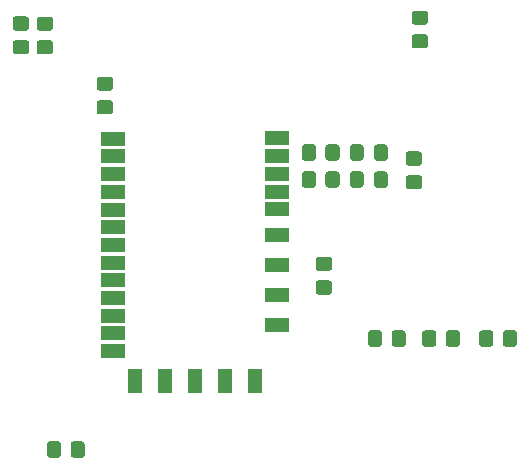
<source format=gtp>
G04 #@! TF.GenerationSoftware,KiCad,Pcbnew,5.1.9+dfsg1-1+deb11u1*
G04 #@! TF.CreationDate,2023-05-29T16:58:53+09:00*
G04 #@! TF.ProjectId,bluetooth_JDY-67_dev_board,626c7565-746f-46f7-9468-5f4a44592d36,rev?*
G04 #@! TF.SameCoordinates,Original*
G04 #@! TF.FileFunction,Paste,Top*
G04 #@! TF.FilePolarity,Positive*
%FSLAX46Y46*%
G04 Gerber Fmt 4.6, Leading zero omitted, Abs format (unit mm)*
G04 Created by KiCad (PCBNEW 5.1.9+dfsg1-1+deb11u1) date 2023-05-29 16:58:53*
%MOMM*%
%LPD*%
G01*
G04 APERTURE LIST*
%ADD10R,2.000000X1.200000*%
%ADD11R,1.200000X2.000000*%
G04 APERTURE END LIST*
G36*
G01*
X103708000Y-117151999D02*
X103708000Y-118052001D01*
G75*
G02*
X103458001Y-118302000I-249999J0D01*
G01*
X102757999Y-118302000D01*
G75*
G02*
X102508000Y-118052001I0J249999D01*
G01*
X102508000Y-117151999D01*
G75*
G02*
X102757999Y-116902000I249999J0D01*
G01*
X103458001Y-116902000D01*
G75*
G02*
X103708000Y-117151999I0J-249999D01*
G01*
G37*
G36*
G01*
X101708000Y-117151999D02*
X101708000Y-118052001D01*
G75*
G02*
X101458001Y-118302000I-249999J0D01*
G01*
X100757999Y-118302000D01*
G75*
G02*
X100508000Y-118052001I0J249999D01*
G01*
X100508000Y-117151999D01*
G75*
G02*
X100757999Y-116902000I249999J0D01*
G01*
X101458001Y-116902000D01*
G75*
G02*
X101708000Y-117151999I0J-249999D01*
G01*
G37*
G36*
G01*
X100780001Y-82150000D02*
X99879999Y-82150000D01*
G75*
G02*
X99630000Y-81900001I0J249999D01*
G01*
X99630000Y-81199999D01*
G75*
G02*
X99879999Y-80950000I249999J0D01*
G01*
X100780001Y-80950000D01*
G75*
G02*
X101030000Y-81199999I0J-249999D01*
G01*
X101030000Y-81900001D01*
G75*
G02*
X100780001Y-82150000I-249999J0D01*
G01*
G37*
G36*
G01*
X100780001Y-84150000D02*
X99879999Y-84150000D01*
G75*
G02*
X99630000Y-83900001I0J249999D01*
G01*
X99630000Y-83199999D01*
G75*
G02*
X99879999Y-82950000I249999J0D01*
G01*
X100780001Y-82950000D01*
G75*
G02*
X101030000Y-83199999I0J-249999D01*
G01*
X101030000Y-83900001D01*
G75*
G02*
X100780001Y-84150000I-249999J0D01*
G01*
G37*
G36*
G01*
X129362000Y-92005999D02*
X129362000Y-92906001D01*
G75*
G02*
X129112001Y-93156000I-249999J0D01*
G01*
X128461999Y-93156000D01*
G75*
G02*
X128212000Y-92906001I0J249999D01*
G01*
X128212000Y-92005999D01*
G75*
G02*
X128461999Y-91756000I249999J0D01*
G01*
X129112001Y-91756000D01*
G75*
G02*
X129362000Y-92005999I0J-249999D01*
G01*
G37*
G36*
G01*
X127312000Y-92005999D02*
X127312000Y-92906001D01*
G75*
G02*
X127062001Y-93156000I-249999J0D01*
G01*
X126411999Y-93156000D01*
G75*
G02*
X126162000Y-92906001I0J249999D01*
G01*
X126162000Y-92005999D01*
G75*
G02*
X126411999Y-91756000I249999J0D01*
G01*
X127062001Y-91756000D01*
G75*
G02*
X127312000Y-92005999I0J-249999D01*
G01*
G37*
G36*
G01*
X127312000Y-94291999D02*
X127312000Y-95192001D01*
G75*
G02*
X127062001Y-95442000I-249999J0D01*
G01*
X126411999Y-95442000D01*
G75*
G02*
X126162000Y-95192001I0J249999D01*
G01*
X126162000Y-94291999D01*
G75*
G02*
X126411999Y-94042000I249999J0D01*
G01*
X127062001Y-94042000D01*
G75*
G02*
X127312000Y-94291999I0J-249999D01*
G01*
G37*
G36*
G01*
X129362000Y-94291999D02*
X129362000Y-95192001D01*
G75*
G02*
X129112001Y-95442000I-249999J0D01*
G01*
X128461999Y-95442000D01*
G75*
G02*
X128212000Y-95192001I0J249999D01*
G01*
X128212000Y-94291999D01*
G75*
G02*
X128461999Y-94042000I249999J0D01*
G01*
X129112001Y-94042000D01*
G75*
G02*
X129362000Y-94291999I0J-249999D01*
G01*
G37*
G36*
G01*
X105860001Y-87230000D02*
X104959999Y-87230000D01*
G75*
G02*
X104710000Y-86980001I0J249999D01*
G01*
X104710000Y-86279999D01*
G75*
G02*
X104959999Y-86030000I249999J0D01*
G01*
X105860001Y-86030000D01*
G75*
G02*
X106110000Y-86279999I0J-249999D01*
G01*
X106110000Y-86980001D01*
G75*
G02*
X105860001Y-87230000I-249999J0D01*
G01*
G37*
G36*
G01*
X105860001Y-89230000D02*
X104959999Y-89230000D01*
G75*
G02*
X104710000Y-88980001I0J249999D01*
G01*
X104710000Y-88279999D01*
G75*
G02*
X104959999Y-88030000I249999J0D01*
G01*
X105860001Y-88030000D01*
G75*
G02*
X106110000Y-88279999I0J-249999D01*
G01*
X106110000Y-88980001D01*
G75*
G02*
X105860001Y-89230000I-249999J0D01*
G01*
G37*
G36*
G01*
X97847999Y-80934000D02*
X98748001Y-80934000D01*
G75*
G02*
X98998000Y-81183999I0J-249999D01*
G01*
X98998000Y-81884001D01*
G75*
G02*
X98748001Y-82134000I-249999J0D01*
G01*
X97847999Y-82134000D01*
G75*
G02*
X97598000Y-81884001I0J249999D01*
G01*
X97598000Y-81183999D01*
G75*
G02*
X97847999Y-80934000I249999J0D01*
G01*
G37*
G36*
G01*
X97847999Y-82934000D02*
X98748001Y-82934000D01*
G75*
G02*
X98998000Y-83183999I0J-249999D01*
G01*
X98998000Y-83884001D01*
G75*
G02*
X98748001Y-84134000I-249999J0D01*
G01*
X97847999Y-84134000D01*
G75*
G02*
X97598000Y-83884001I0J249999D01*
G01*
X97598000Y-83183999D01*
G75*
G02*
X97847999Y-82934000I249999J0D01*
G01*
G37*
G36*
G01*
X123282000Y-92005999D02*
X123282000Y-92906001D01*
G75*
G02*
X123032001Y-93156000I-249999J0D01*
G01*
X122331999Y-93156000D01*
G75*
G02*
X122082000Y-92906001I0J249999D01*
G01*
X122082000Y-92005999D01*
G75*
G02*
X122331999Y-91756000I249999J0D01*
G01*
X123032001Y-91756000D01*
G75*
G02*
X123282000Y-92005999I0J-249999D01*
G01*
G37*
G36*
G01*
X125282000Y-92005999D02*
X125282000Y-92906001D01*
G75*
G02*
X125032001Y-93156000I-249999J0D01*
G01*
X124331999Y-93156000D01*
G75*
G02*
X124082000Y-92906001I0J249999D01*
G01*
X124082000Y-92005999D01*
G75*
G02*
X124331999Y-91756000I249999J0D01*
G01*
X125032001Y-91756000D01*
G75*
G02*
X125282000Y-92005999I0J-249999D01*
G01*
G37*
G36*
G01*
X125282000Y-94291999D02*
X125282000Y-95192001D01*
G75*
G02*
X125032001Y-95442000I-249999J0D01*
G01*
X124331999Y-95442000D01*
G75*
G02*
X124082000Y-95192001I0J249999D01*
G01*
X124082000Y-94291999D01*
G75*
G02*
X124331999Y-94042000I249999J0D01*
G01*
X125032001Y-94042000D01*
G75*
G02*
X125282000Y-94291999I0J-249999D01*
G01*
G37*
G36*
G01*
X123282000Y-94291999D02*
X123282000Y-95192001D01*
G75*
G02*
X123032001Y-95442000I-249999J0D01*
G01*
X122331999Y-95442000D01*
G75*
G02*
X122082000Y-95192001I0J249999D01*
G01*
X122082000Y-94291999D01*
G75*
G02*
X122331999Y-94042000I249999J0D01*
G01*
X123032001Y-94042000D01*
G75*
G02*
X123282000Y-94291999I0J-249999D01*
G01*
G37*
G36*
G01*
X132022001Y-95564000D02*
X131121999Y-95564000D01*
G75*
G02*
X130872000Y-95314001I0J249999D01*
G01*
X130872000Y-94613999D01*
G75*
G02*
X131121999Y-94364000I249999J0D01*
G01*
X132022001Y-94364000D01*
G75*
G02*
X132272000Y-94613999I0J-249999D01*
G01*
X132272000Y-95314001D01*
G75*
G02*
X132022001Y-95564000I-249999J0D01*
G01*
G37*
G36*
G01*
X132022001Y-93564000D02*
X131121999Y-93564000D01*
G75*
G02*
X130872000Y-93314001I0J249999D01*
G01*
X130872000Y-92613999D01*
G75*
G02*
X131121999Y-92364000I249999J0D01*
G01*
X132022001Y-92364000D01*
G75*
G02*
X132272000Y-92613999I0J-249999D01*
G01*
X132272000Y-93314001D01*
G75*
G02*
X132022001Y-93564000I-249999J0D01*
G01*
G37*
G36*
G01*
X139100000Y-108654001D02*
X139100000Y-107753999D01*
G75*
G02*
X139349999Y-107504000I249999J0D01*
G01*
X140050001Y-107504000D01*
G75*
G02*
X140300000Y-107753999I0J-249999D01*
G01*
X140300000Y-108654001D01*
G75*
G02*
X140050001Y-108904000I-249999J0D01*
G01*
X139349999Y-108904000D01*
G75*
G02*
X139100000Y-108654001I0J249999D01*
G01*
G37*
G36*
G01*
X137100000Y-108654001D02*
X137100000Y-107753999D01*
G75*
G02*
X137349999Y-107504000I249999J0D01*
G01*
X138050001Y-107504000D01*
G75*
G02*
X138300000Y-107753999I0J-249999D01*
G01*
X138300000Y-108654001D01*
G75*
G02*
X138050001Y-108904000I-249999J0D01*
G01*
X137349999Y-108904000D01*
G75*
G02*
X137100000Y-108654001I0J249999D01*
G01*
G37*
G36*
G01*
X127686000Y-108654001D02*
X127686000Y-107753999D01*
G75*
G02*
X127935999Y-107504000I249999J0D01*
G01*
X128636001Y-107504000D01*
G75*
G02*
X128886000Y-107753999I0J-249999D01*
G01*
X128886000Y-108654001D01*
G75*
G02*
X128636001Y-108904000I-249999J0D01*
G01*
X127935999Y-108904000D01*
G75*
G02*
X127686000Y-108654001I0J249999D01*
G01*
G37*
G36*
G01*
X129686000Y-108654001D02*
X129686000Y-107753999D01*
G75*
G02*
X129935999Y-107504000I249999J0D01*
G01*
X130636001Y-107504000D01*
G75*
G02*
X130886000Y-107753999I0J-249999D01*
G01*
X130886000Y-108654001D01*
G75*
G02*
X130636001Y-108904000I-249999J0D01*
G01*
X129935999Y-108904000D01*
G75*
G02*
X129686000Y-108654001I0J249999D01*
G01*
G37*
G36*
G01*
X124402001Y-102486000D02*
X123501999Y-102486000D01*
G75*
G02*
X123252000Y-102236001I0J249999D01*
G01*
X123252000Y-101535999D01*
G75*
G02*
X123501999Y-101286000I249999J0D01*
G01*
X124402001Y-101286000D01*
G75*
G02*
X124652000Y-101535999I0J-249999D01*
G01*
X124652000Y-102236001D01*
G75*
G02*
X124402001Y-102486000I-249999J0D01*
G01*
G37*
G36*
G01*
X124402001Y-104486000D02*
X123501999Y-104486000D01*
G75*
G02*
X123252000Y-104236001I0J249999D01*
G01*
X123252000Y-103535999D01*
G75*
G02*
X123501999Y-103286000I249999J0D01*
G01*
X124402001Y-103286000D01*
G75*
G02*
X124652000Y-103535999I0J-249999D01*
G01*
X124652000Y-104236001D01*
G75*
G02*
X124402001Y-104486000I-249999J0D01*
G01*
G37*
G36*
G01*
X132274000Y-108654001D02*
X132274000Y-107753999D01*
G75*
G02*
X132523999Y-107504000I249999J0D01*
G01*
X133224001Y-107504000D01*
G75*
G02*
X133474000Y-107753999I0J-249999D01*
G01*
X133474000Y-108654001D01*
G75*
G02*
X133224001Y-108904000I-249999J0D01*
G01*
X132523999Y-108904000D01*
G75*
G02*
X132274000Y-108654001I0J249999D01*
G01*
G37*
G36*
G01*
X134274000Y-108654001D02*
X134274000Y-107753999D01*
G75*
G02*
X134523999Y-107504000I249999J0D01*
G01*
X135224001Y-107504000D01*
G75*
G02*
X135474000Y-107753999I0J-249999D01*
G01*
X135474000Y-108654001D01*
G75*
G02*
X135224001Y-108904000I-249999J0D01*
G01*
X134523999Y-108904000D01*
G75*
G02*
X134274000Y-108654001I0J249999D01*
G01*
G37*
G36*
G01*
X132530001Y-81642000D02*
X131629999Y-81642000D01*
G75*
G02*
X131380000Y-81392001I0J249999D01*
G01*
X131380000Y-80691999D01*
G75*
G02*
X131629999Y-80442000I249999J0D01*
G01*
X132530001Y-80442000D01*
G75*
G02*
X132780000Y-80691999I0J-249999D01*
G01*
X132780000Y-81392001D01*
G75*
G02*
X132530001Y-81642000I-249999J0D01*
G01*
G37*
G36*
G01*
X132530001Y-83642000D02*
X131629999Y-83642000D01*
G75*
G02*
X131380000Y-83392001I0J249999D01*
G01*
X131380000Y-82691999D01*
G75*
G02*
X131629999Y-82442000I249999J0D01*
G01*
X132530001Y-82442000D01*
G75*
G02*
X132780000Y-82691999I0J-249999D01*
G01*
X132780000Y-83392001D01*
G75*
G02*
X132530001Y-83642000I-249999J0D01*
G01*
G37*
D10*
X106095800Y-91287600D03*
X106095800Y-92786200D03*
X106095800Y-94284800D03*
X106095800Y-95783400D03*
X106095800Y-97282000D03*
X106095800Y-98780600D03*
X106095800Y-100279200D03*
X106095800Y-101777800D03*
X106095800Y-103276400D03*
X106095800Y-104775000D03*
X106095800Y-106273600D03*
X106095800Y-107772200D03*
X106095800Y-109270800D03*
X120015000Y-97256600D03*
X120015000Y-95758000D03*
X120015000Y-94259400D03*
X120015000Y-92760800D03*
X120015000Y-91262200D03*
X120015000Y-107061000D03*
X120015000Y-104521000D03*
X120015000Y-101981000D03*
X120015000Y-99441000D03*
D11*
X107950000Y-111760000D03*
X110490000Y-111760000D03*
X113030000Y-111760000D03*
X115570000Y-111760000D03*
X118110000Y-111760000D03*
M02*

</source>
